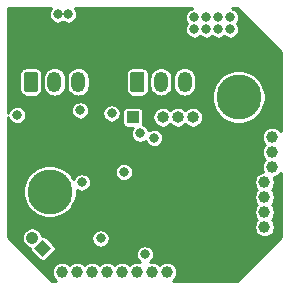
<source format=gbr>
G04 #@! TF.GenerationSoftware,KiCad,Pcbnew,5.1.5+dfsg1-2build2*
G04 #@! TF.CreationDate,2021-02-09T17:16:18+01:00*
G04 #@! TF.ProjectId,base2.0,62617365-322e-4302-9e6b-696361645f70,rev?*
G04 #@! TF.SameCoordinates,Original*
G04 #@! TF.FileFunction,Copper,L3,Inr*
G04 #@! TF.FilePolarity,Positive*
%FSLAX46Y46*%
G04 Gerber Fmt 4.6, Leading zero omitted, Abs format (unit mm)*
G04 Created by KiCad (PCBNEW 5.1.5+dfsg1-2build2) date 2021-02-09 17:16:18*
%MOMM*%
%LPD*%
G04 APERTURE LIST*
G04 #@! TA.AperFunction,ViaPad*
%ADD10C,1.000000*%
G04 #@! TD*
G04 #@! TA.AperFunction,ViaPad*
%ADD11O,1.200000X1.750000*%
G04 #@! TD*
G04 #@! TA.AperFunction,ViaPad*
%ADD12C,0.350000*%
G04 #@! TD*
G04 #@! TA.AperFunction,ViaPad*
%ADD13C,1.000000*%
G04 #@! TD*
G04 #@! TA.AperFunction,ViaPad*
%ADD14O,1.000000X1.000000*%
G04 #@! TD*
G04 #@! TA.AperFunction,ViaPad*
%ADD15R,1.000000X1.000000*%
G04 #@! TD*
G04 #@! TA.AperFunction,ViaPad*
%ADD16C,3.800000*%
G04 #@! TD*
G04 #@! TA.AperFunction,ViaPad*
%ADD17C,0.800000*%
G04 #@! TD*
G04 #@! TA.AperFunction,Conductor*
%ADD18C,0.254000*%
G04 #@! TD*
G04 APERTURE END LIST*
D10*
G04 #@! TO.N,+3V3*
G04 #@! TO.C,U2*
X157324501Y-108810501D03*
G04 #@! TO.N,GND*
X157324501Y-110080501D03*
G04 #@! TO.N,I2C_SDA*
X157324501Y-111350501D03*
G04 #@! TO.N,I2C_SCL*
X157324501Y-112620501D03*
G04 #@! TO.N,FDCAN_TX*
X156689501Y-113890501D03*
G04 #@! TO.N,FDCAN_RX*
X156689501Y-115160501D03*
G04 #@! TO.N,USART1_RX*
X156689501Y-116430501D03*
G04 #@! TO.N,USART1_TX*
X156689501Y-117700501D03*
G04 #@! TO.N,GND*
X148434501Y-121510501D03*
G04 #@! TO.N,USART2*
X147164501Y-121510501D03*
G04 #@! TO.N,MOSI*
X145894501Y-121510501D03*
G04 #@! TO.N,MISO*
X144624501Y-121510501D03*
G04 #@! TO.N,SCK*
X143354501Y-121510501D03*
G04 #@! TO.N,ADC2*
X142084501Y-121510501D03*
G04 #@! TO.N,ADC1*
X140814501Y-121510501D03*
G04 #@! TO.N,VCC*
X139544501Y-121510501D03*
G04 #@! TD*
D11*
G04 #@! TO.N,GND*
G04 #@! TO.C,S2*
X140906000Y-105410000D03*
G04 #@! TO.N,VCC*
X138906000Y-105410000D03*
G04 #@! TA.AperFunction,ViaPad*
D12*
G04 #@! TO.N,USART2*
G36*
X137280505Y-104536204D02*
G01*
X137304773Y-104539804D01*
X137328572Y-104545765D01*
X137351671Y-104554030D01*
X137373850Y-104564520D01*
X137394893Y-104577132D01*
X137414599Y-104591747D01*
X137432777Y-104608223D01*
X137449253Y-104626401D01*
X137463868Y-104646107D01*
X137476480Y-104667150D01*
X137486970Y-104689329D01*
X137495235Y-104712428D01*
X137501196Y-104736227D01*
X137504796Y-104760495D01*
X137506000Y-104784999D01*
X137506000Y-106035001D01*
X137504796Y-106059505D01*
X137501196Y-106083773D01*
X137495235Y-106107572D01*
X137486970Y-106130671D01*
X137476480Y-106152850D01*
X137463868Y-106173893D01*
X137449253Y-106193599D01*
X137432777Y-106211777D01*
X137414599Y-106228253D01*
X137394893Y-106242868D01*
X137373850Y-106255480D01*
X137351671Y-106265970D01*
X137328572Y-106274235D01*
X137304773Y-106280196D01*
X137280505Y-106283796D01*
X137256001Y-106285000D01*
X136555999Y-106285000D01*
X136531495Y-106283796D01*
X136507227Y-106280196D01*
X136483428Y-106274235D01*
X136460329Y-106265970D01*
X136438150Y-106255480D01*
X136417107Y-106242868D01*
X136397401Y-106228253D01*
X136379223Y-106211777D01*
X136362747Y-106193599D01*
X136348132Y-106173893D01*
X136335520Y-106152850D01*
X136325030Y-106130671D01*
X136316765Y-106107572D01*
X136310804Y-106083773D01*
X136307204Y-106059505D01*
X136306000Y-106035001D01*
X136306000Y-104784999D01*
X136307204Y-104760495D01*
X136310804Y-104736227D01*
X136316765Y-104712428D01*
X136325030Y-104689329D01*
X136335520Y-104667150D01*
X136348132Y-104646107D01*
X136362747Y-104626401D01*
X136379223Y-104608223D01*
X136397401Y-104591747D01*
X136417107Y-104577132D01*
X136438150Y-104564520D01*
X136460329Y-104554030D01*
X136483428Y-104545765D01*
X136507227Y-104539804D01*
X136531495Y-104536204D01*
X136555999Y-104535000D01*
X137256001Y-104535000D01*
X137280505Y-104536204D01*
G37*
G04 #@! TD.AperFunction*
G04 #@! TD*
D11*
G04 #@! TO.N,GND*
G04 #@! TO.C,S1*
X149923000Y-105410000D03*
G04 #@! TO.N,VCC*
X147923000Y-105410000D03*
G04 #@! TA.AperFunction,ViaPad*
D12*
G04 #@! TO.N,USART2*
G36*
X146297505Y-104536204D02*
G01*
X146321773Y-104539804D01*
X146345572Y-104545765D01*
X146368671Y-104554030D01*
X146390850Y-104564520D01*
X146411893Y-104577132D01*
X146431599Y-104591747D01*
X146449777Y-104608223D01*
X146466253Y-104626401D01*
X146480868Y-104646107D01*
X146493480Y-104667150D01*
X146503970Y-104689329D01*
X146512235Y-104712428D01*
X146518196Y-104736227D01*
X146521796Y-104760495D01*
X146523000Y-104784999D01*
X146523000Y-106035001D01*
X146521796Y-106059505D01*
X146518196Y-106083773D01*
X146512235Y-106107572D01*
X146503970Y-106130671D01*
X146493480Y-106152850D01*
X146480868Y-106173893D01*
X146466253Y-106193599D01*
X146449777Y-106211777D01*
X146431599Y-106228253D01*
X146411893Y-106242868D01*
X146390850Y-106255480D01*
X146368671Y-106265970D01*
X146345572Y-106274235D01*
X146321773Y-106280196D01*
X146297505Y-106283796D01*
X146273001Y-106285000D01*
X145572999Y-106285000D01*
X145548495Y-106283796D01*
X145524227Y-106280196D01*
X145500428Y-106274235D01*
X145477329Y-106265970D01*
X145455150Y-106255480D01*
X145434107Y-106242868D01*
X145414401Y-106228253D01*
X145396223Y-106211777D01*
X145379747Y-106193599D01*
X145365132Y-106173893D01*
X145352520Y-106152850D01*
X145342030Y-106130671D01*
X145333765Y-106107572D01*
X145327804Y-106083773D01*
X145324204Y-106059505D01*
X145323000Y-106035001D01*
X145323000Y-104784999D01*
X145324204Y-104760495D01*
X145327804Y-104736227D01*
X145333765Y-104712428D01*
X145342030Y-104689329D01*
X145352520Y-104667150D01*
X145365132Y-104646107D01*
X145379747Y-104626401D01*
X145396223Y-104608223D01*
X145414401Y-104591747D01*
X145434107Y-104577132D01*
X145455150Y-104564520D01*
X145477329Y-104554030D01*
X145500428Y-104545765D01*
X145524227Y-104539804D01*
X145548495Y-104536204D01*
X145572999Y-104535000D01*
X146273001Y-104535000D01*
X146297505Y-104536204D01*
G37*
G04 #@! TD.AperFunction*
G04 #@! TD*
D13*
G04 #@! TO.N,GND*
G04 #@! TO.C,J4*
X137023974Y-118608974D02*
X137023974Y-118608974D01*
G04 #@! TA.AperFunction,ViaPad*
D12*
G04 #@! TO.N,NRTS*
G36*
X137922000Y-120214107D02*
G01*
X137214893Y-119507000D01*
X137922000Y-118799893D01*
X138629107Y-119507000D01*
X137922000Y-120214107D01*
G37*
G04 #@! TD.AperFunction*
G04 #@! TD*
D14*
G04 #@! TO.N,GND*
G04 #@! TO.C,J3*
X150622000Y-108407200D03*
G04 #@! TO.N,JTMS-SWDIO*
X149352000Y-108407200D03*
G04 #@! TO.N,JTCK-SWCLI*
X148082000Y-108407200D03*
G04 #@! TO.N,+3V3*
X146812000Y-108407200D03*
D15*
G04 #@! TO.N,VCC*
X145542000Y-108407200D03*
G04 #@! TD*
D16*
G04 #@! TO.N,Net-(J2-Pad1)*
G04 #@! TO.C,J2*
X154500000Y-106700000D03*
G04 #@! TD*
G04 #@! TO.N,Net-(J1-Pad1)*
G04 #@! TO.C,J1*
X138500000Y-114700000D03*
G04 #@! TD*
D17*
G04 #@! TO.N,+3V3*
X136779000Y-99822000D03*
X135763000Y-99822000D03*
X136779000Y-100711000D03*
X135763000Y-100711000D03*
X135763000Y-101600000D03*
X136779000Y-101600000D03*
X136779000Y-102489000D03*
X136779000Y-103378000D03*
X135763000Y-102489000D03*
X135763000Y-103378000D03*
X148082000Y-119634000D03*
G04 #@! TO.N,GND*
X150749000Y-99949000D03*
X150749000Y-100965000D03*
X151765000Y-100965000D03*
X151765000Y-99949000D03*
X152781000Y-99949000D03*
X152781000Y-100965000D03*
X153797000Y-100965000D03*
X153797000Y-99949000D03*
X139192000Y-99695000D03*
X140081000Y-99695000D03*
X135763000Y-108204000D03*
X144780000Y-113030000D03*
X141224000Y-113919000D03*
X143741999Y-108077000D03*
G04 #@! TO.N,USART2*
X142809501Y-118662817D03*
X146558000Y-120015000D03*
X141097000Y-107823000D03*
G04 #@! TO.N,I2C_SDA*
X146151600Y-109778800D03*
G04 #@! TO.N,I2C_SCL*
X147357670Y-110137606D03*
G04 #@! TD*
D18*
G04 #@! TO.N,+3V3*
G36*
X138588464Y-99199691D02*
G01*
X138503431Y-99326952D01*
X138444859Y-99468357D01*
X138415000Y-99618472D01*
X138415000Y-99771528D01*
X138444859Y-99921643D01*
X138503431Y-100063048D01*
X138588464Y-100190309D01*
X138696691Y-100298536D01*
X138823952Y-100383569D01*
X138965357Y-100442141D01*
X139115472Y-100472000D01*
X139268528Y-100472000D01*
X139418643Y-100442141D01*
X139560048Y-100383569D01*
X139636500Y-100332485D01*
X139712952Y-100383569D01*
X139854357Y-100442141D01*
X140004472Y-100472000D01*
X140157528Y-100472000D01*
X140307643Y-100442141D01*
X140449048Y-100383569D01*
X140576309Y-100298536D01*
X140684536Y-100190309D01*
X140769569Y-100063048D01*
X140828141Y-99921643D01*
X140858000Y-99771528D01*
X140858000Y-99618472D01*
X140828141Y-99468357D01*
X140769569Y-99326952D01*
X140684536Y-99199691D01*
X140677346Y-99192501D01*
X150569404Y-99192501D01*
X150522357Y-99201859D01*
X150380952Y-99260431D01*
X150253691Y-99345464D01*
X150145464Y-99453691D01*
X150060431Y-99580952D01*
X150001859Y-99722357D01*
X149972000Y-99872472D01*
X149972000Y-100025528D01*
X150001859Y-100175643D01*
X150060431Y-100317048D01*
X150145464Y-100444309D01*
X150158155Y-100457000D01*
X150145464Y-100469691D01*
X150060431Y-100596952D01*
X150001859Y-100738357D01*
X149972000Y-100888472D01*
X149972000Y-101041528D01*
X150001859Y-101191643D01*
X150060431Y-101333048D01*
X150145464Y-101460309D01*
X150253691Y-101568536D01*
X150380952Y-101653569D01*
X150522357Y-101712141D01*
X150672472Y-101742000D01*
X150825528Y-101742000D01*
X150975643Y-101712141D01*
X151117048Y-101653569D01*
X151244309Y-101568536D01*
X151257000Y-101555845D01*
X151269691Y-101568536D01*
X151396952Y-101653569D01*
X151538357Y-101712141D01*
X151688472Y-101742000D01*
X151841528Y-101742000D01*
X151991643Y-101712141D01*
X152133048Y-101653569D01*
X152260309Y-101568536D01*
X152273000Y-101555845D01*
X152285691Y-101568536D01*
X152412952Y-101653569D01*
X152554357Y-101712141D01*
X152704472Y-101742000D01*
X152857528Y-101742000D01*
X153007643Y-101712141D01*
X153149048Y-101653569D01*
X153276309Y-101568536D01*
X153289000Y-101555845D01*
X153301691Y-101568536D01*
X153428952Y-101653569D01*
X153570357Y-101712141D01*
X153720472Y-101742000D01*
X153873528Y-101742000D01*
X154023643Y-101712141D01*
X154165048Y-101653569D01*
X154292309Y-101568536D01*
X154400536Y-101460309D01*
X154485569Y-101333048D01*
X154544141Y-101191643D01*
X154574000Y-101041528D01*
X154574000Y-100888472D01*
X154544141Y-100738357D01*
X154485569Y-100596952D01*
X154400536Y-100469691D01*
X154387845Y-100457000D01*
X154400536Y-100444309D01*
X154485569Y-100317048D01*
X154544141Y-100175643D01*
X154574000Y-100025528D01*
X154574000Y-99872472D01*
X154544141Y-99722357D01*
X154485569Y-99580952D01*
X154400536Y-99453691D01*
X154292309Y-99345464D01*
X154165048Y-99260431D01*
X154023643Y-99201859D01*
X153976596Y-99192501D01*
X154331922Y-99192501D01*
X158052502Y-102913082D01*
X158052502Y-109591473D01*
X158005711Y-109521446D01*
X157883556Y-109399291D01*
X157739916Y-109303314D01*
X157580312Y-109237204D01*
X157410878Y-109203501D01*
X157238124Y-109203501D01*
X157068690Y-109237204D01*
X156909086Y-109303314D01*
X156765446Y-109399291D01*
X156643291Y-109521446D01*
X156547314Y-109665086D01*
X156481204Y-109824690D01*
X156447501Y-109994124D01*
X156447501Y-110166878D01*
X156481204Y-110336312D01*
X156547314Y-110495916D01*
X156643291Y-110639556D01*
X156719236Y-110715501D01*
X156643291Y-110791446D01*
X156547314Y-110935086D01*
X156481204Y-111094690D01*
X156447501Y-111264124D01*
X156447501Y-111436878D01*
X156481204Y-111606312D01*
X156547314Y-111765916D01*
X156643291Y-111909556D01*
X156719236Y-111985501D01*
X156643291Y-112061446D01*
X156547314Y-112205086D01*
X156481204Y-112364690D01*
X156447501Y-112534124D01*
X156447501Y-112706878D01*
X156481204Y-112876312D01*
X156542985Y-113025464D01*
X156433690Y-113047204D01*
X156274086Y-113113314D01*
X156130446Y-113209291D01*
X156008291Y-113331446D01*
X155912314Y-113475086D01*
X155846204Y-113634690D01*
X155812501Y-113804124D01*
X155812501Y-113976878D01*
X155846204Y-114146312D01*
X155912314Y-114305916D01*
X156008291Y-114449556D01*
X156084236Y-114525501D01*
X156008291Y-114601446D01*
X155912314Y-114745086D01*
X155846204Y-114904690D01*
X155812501Y-115074124D01*
X155812501Y-115246878D01*
X155846204Y-115416312D01*
X155912314Y-115575916D01*
X156008291Y-115719556D01*
X156084236Y-115795501D01*
X156008291Y-115871446D01*
X155912314Y-116015086D01*
X155846204Y-116174690D01*
X155812501Y-116344124D01*
X155812501Y-116516878D01*
X155846204Y-116686312D01*
X155912314Y-116845916D01*
X156008291Y-116989556D01*
X156084236Y-117065501D01*
X156008291Y-117141446D01*
X155912314Y-117285086D01*
X155846204Y-117444690D01*
X155812501Y-117614124D01*
X155812501Y-117786878D01*
X155846204Y-117956312D01*
X155912314Y-118115916D01*
X156008291Y-118259556D01*
X156130446Y-118381711D01*
X156274086Y-118477688D01*
X156433690Y-118543798D01*
X156603124Y-118577501D01*
X156775878Y-118577501D01*
X156945312Y-118543798D01*
X157104916Y-118477688D01*
X157248556Y-118381711D01*
X157370711Y-118259556D01*
X157466688Y-118115916D01*
X157532798Y-117956312D01*
X157566501Y-117786878D01*
X157566501Y-117614124D01*
X157532798Y-117444690D01*
X157466688Y-117285086D01*
X157370711Y-117141446D01*
X157294766Y-117065501D01*
X157370711Y-116989556D01*
X157466688Y-116845916D01*
X157532798Y-116686312D01*
X157566501Y-116516878D01*
X157566501Y-116344124D01*
X157532798Y-116174690D01*
X157466688Y-116015086D01*
X157370711Y-115871446D01*
X157294766Y-115795501D01*
X157370711Y-115719556D01*
X157466688Y-115575916D01*
X157532798Y-115416312D01*
X157566501Y-115246878D01*
X157566501Y-115074124D01*
X157532798Y-114904690D01*
X157466688Y-114745086D01*
X157370711Y-114601446D01*
X157294766Y-114525501D01*
X157370711Y-114449556D01*
X157466688Y-114305916D01*
X157532798Y-114146312D01*
X157566501Y-113976878D01*
X157566501Y-113804124D01*
X157532798Y-113634690D01*
X157471017Y-113485538D01*
X157580312Y-113463798D01*
X157739916Y-113397688D01*
X157883556Y-113301711D01*
X158005711Y-113179556D01*
X158052501Y-113109529D01*
X158052501Y-118517921D01*
X154331922Y-122238501D01*
X148923530Y-122238501D01*
X148993556Y-122191711D01*
X149115711Y-122069556D01*
X149211688Y-121925916D01*
X149277798Y-121766312D01*
X149311501Y-121596878D01*
X149311501Y-121424124D01*
X149277798Y-121254690D01*
X149211688Y-121095086D01*
X149115711Y-120951446D01*
X148993556Y-120829291D01*
X148849916Y-120733314D01*
X148690312Y-120667204D01*
X148520878Y-120633501D01*
X148348124Y-120633501D01*
X148178690Y-120667204D01*
X148019086Y-120733314D01*
X147875446Y-120829291D01*
X147799501Y-120905236D01*
X147723556Y-120829291D01*
X147579916Y-120733314D01*
X147420312Y-120667204D01*
X147250878Y-120633501D01*
X147078124Y-120633501D01*
X147010900Y-120646873D01*
X147053309Y-120618536D01*
X147161536Y-120510309D01*
X147246569Y-120383048D01*
X147305141Y-120241643D01*
X147335000Y-120091528D01*
X147335000Y-119938472D01*
X147305141Y-119788357D01*
X147246569Y-119646952D01*
X147161536Y-119519691D01*
X147053309Y-119411464D01*
X146926048Y-119326431D01*
X146784643Y-119267859D01*
X146634528Y-119238000D01*
X146481472Y-119238000D01*
X146331357Y-119267859D01*
X146189952Y-119326431D01*
X146062691Y-119411464D01*
X145954464Y-119519691D01*
X145869431Y-119646952D01*
X145810859Y-119788357D01*
X145781000Y-119938472D01*
X145781000Y-120091528D01*
X145810859Y-120241643D01*
X145869431Y-120383048D01*
X145954464Y-120510309D01*
X146062691Y-120618536D01*
X146129261Y-120663017D01*
X145980878Y-120633501D01*
X145808124Y-120633501D01*
X145638690Y-120667204D01*
X145479086Y-120733314D01*
X145335446Y-120829291D01*
X145259501Y-120905236D01*
X145183556Y-120829291D01*
X145039916Y-120733314D01*
X144880312Y-120667204D01*
X144710878Y-120633501D01*
X144538124Y-120633501D01*
X144368690Y-120667204D01*
X144209086Y-120733314D01*
X144065446Y-120829291D01*
X143989501Y-120905236D01*
X143913556Y-120829291D01*
X143769916Y-120733314D01*
X143610312Y-120667204D01*
X143440878Y-120633501D01*
X143268124Y-120633501D01*
X143098690Y-120667204D01*
X142939086Y-120733314D01*
X142795446Y-120829291D01*
X142719501Y-120905236D01*
X142643556Y-120829291D01*
X142499916Y-120733314D01*
X142340312Y-120667204D01*
X142170878Y-120633501D01*
X141998124Y-120633501D01*
X141828690Y-120667204D01*
X141669086Y-120733314D01*
X141525446Y-120829291D01*
X141449501Y-120905236D01*
X141373556Y-120829291D01*
X141229916Y-120733314D01*
X141070312Y-120667204D01*
X140900878Y-120633501D01*
X140728124Y-120633501D01*
X140558690Y-120667204D01*
X140399086Y-120733314D01*
X140255446Y-120829291D01*
X140179501Y-120905236D01*
X140103556Y-120829291D01*
X139959916Y-120733314D01*
X139800312Y-120667204D01*
X139630878Y-120633501D01*
X139458124Y-120633501D01*
X139288690Y-120667204D01*
X139129086Y-120733314D01*
X138985446Y-120829291D01*
X138863291Y-120951446D01*
X138767314Y-121095086D01*
X138701204Y-121254690D01*
X138667501Y-121424124D01*
X138667501Y-121596878D01*
X138701204Y-121766312D01*
X138767314Y-121925916D01*
X138863291Y-122069556D01*
X138985446Y-122191711D01*
X139055472Y-122238501D01*
X138727081Y-122238501D01*
X135011177Y-118522597D01*
X136146974Y-118522597D01*
X136146974Y-118695351D01*
X136180677Y-118864785D01*
X136246787Y-119024389D01*
X136342764Y-119168029D01*
X136464919Y-119290184D01*
X136608559Y-119386161D01*
X136768163Y-119452271D01*
X136840051Y-119466571D01*
X136836069Y-119507000D01*
X136843348Y-119580905D01*
X136864905Y-119651970D01*
X136899912Y-119717463D01*
X136947024Y-119774869D01*
X137654131Y-120481976D01*
X137711537Y-120529088D01*
X137777030Y-120564095D01*
X137848095Y-120585652D01*
X137922000Y-120592931D01*
X137995905Y-120585652D01*
X138066970Y-120564095D01*
X138132463Y-120529088D01*
X138189869Y-120481976D01*
X138896976Y-119774869D01*
X138944088Y-119717463D01*
X138979095Y-119651970D01*
X139000652Y-119580905D01*
X139007931Y-119507000D01*
X139000652Y-119433095D01*
X138979095Y-119362030D01*
X138944088Y-119296537D01*
X138896976Y-119239131D01*
X138244134Y-118586289D01*
X142032501Y-118586289D01*
X142032501Y-118739345D01*
X142062360Y-118889460D01*
X142120932Y-119030865D01*
X142205965Y-119158126D01*
X142314192Y-119266353D01*
X142441453Y-119351386D01*
X142582858Y-119409958D01*
X142732973Y-119439817D01*
X142886029Y-119439817D01*
X143036144Y-119409958D01*
X143177549Y-119351386D01*
X143304810Y-119266353D01*
X143413037Y-119158126D01*
X143498070Y-119030865D01*
X143556642Y-118889460D01*
X143586501Y-118739345D01*
X143586501Y-118586289D01*
X143556642Y-118436174D01*
X143498070Y-118294769D01*
X143413037Y-118167508D01*
X143304810Y-118059281D01*
X143177549Y-117974248D01*
X143036144Y-117915676D01*
X142886029Y-117885817D01*
X142732973Y-117885817D01*
X142582858Y-117915676D01*
X142441453Y-117974248D01*
X142314192Y-118059281D01*
X142205965Y-118167508D01*
X142120932Y-118294769D01*
X142062360Y-118436174D01*
X142032501Y-118586289D01*
X138244134Y-118586289D01*
X138189869Y-118532024D01*
X138132463Y-118484912D01*
X138066970Y-118449905D01*
X137995905Y-118428348D01*
X137922000Y-118421069D01*
X137881571Y-118425051D01*
X137867271Y-118353163D01*
X137801161Y-118193559D01*
X137705184Y-118049919D01*
X137583029Y-117927764D01*
X137439389Y-117831787D01*
X137279785Y-117765677D01*
X137110351Y-117731974D01*
X136937597Y-117731974D01*
X136768163Y-117765677D01*
X136608559Y-117831787D01*
X136464919Y-117927764D01*
X136342764Y-118049919D01*
X136246787Y-118193559D01*
X136180677Y-118353163D01*
X136146974Y-118522597D01*
X135011177Y-118522597D01*
X135006501Y-118517922D01*
X135006501Y-114475735D01*
X136223000Y-114475735D01*
X136223000Y-114924265D01*
X136310504Y-115364176D01*
X136482149Y-115778564D01*
X136731339Y-116151503D01*
X137048497Y-116468661D01*
X137421436Y-116717851D01*
X137835824Y-116889496D01*
X138275735Y-116977000D01*
X138724265Y-116977000D01*
X139164176Y-116889496D01*
X139578564Y-116717851D01*
X139951503Y-116468661D01*
X140268661Y-116151503D01*
X140517851Y-115778564D01*
X140689496Y-115364176D01*
X140777000Y-114924265D01*
X140777000Y-114554815D01*
X140855952Y-114607569D01*
X140997357Y-114666141D01*
X141147472Y-114696000D01*
X141300528Y-114696000D01*
X141450643Y-114666141D01*
X141592048Y-114607569D01*
X141719309Y-114522536D01*
X141827536Y-114414309D01*
X141912569Y-114287048D01*
X141971141Y-114145643D01*
X142001000Y-113995528D01*
X142001000Y-113842472D01*
X141971141Y-113692357D01*
X141912569Y-113550952D01*
X141827536Y-113423691D01*
X141719309Y-113315464D01*
X141592048Y-113230431D01*
X141450643Y-113171859D01*
X141300528Y-113142000D01*
X141147472Y-113142000D01*
X140997357Y-113171859D01*
X140855952Y-113230431D01*
X140728691Y-113315464D01*
X140620464Y-113423691D01*
X140535431Y-113550952D01*
X140510681Y-113610705D01*
X140268661Y-113248497D01*
X139973636Y-112953472D01*
X144003000Y-112953472D01*
X144003000Y-113106528D01*
X144032859Y-113256643D01*
X144091431Y-113398048D01*
X144176464Y-113525309D01*
X144284691Y-113633536D01*
X144411952Y-113718569D01*
X144553357Y-113777141D01*
X144703472Y-113807000D01*
X144856528Y-113807000D01*
X145006643Y-113777141D01*
X145148048Y-113718569D01*
X145275309Y-113633536D01*
X145383536Y-113525309D01*
X145468569Y-113398048D01*
X145527141Y-113256643D01*
X145557000Y-113106528D01*
X145557000Y-112953472D01*
X145527141Y-112803357D01*
X145468569Y-112661952D01*
X145383536Y-112534691D01*
X145275309Y-112426464D01*
X145148048Y-112341431D01*
X145006643Y-112282859D01*
X144856528Y-112253000D01*
X144703472Y-112253000D01*
X144553357Y-112282859D01*
X144411952Y-112341431D01*
X144284691Y-112426464D01*
X144176464Y-112534691D01*
X144091431Y-112661952D01*
X144032859Y-112803357D01*
X144003000Y-112953472D01*
X139973636Y-112953472D01*
X139951503Y-112931339D01*
X139578564Y-112682149D01*
X139164176Y-112510504D01*
X138724265Y-112423000D01*
X138275735Y-112423000D01*
X137835824Y-112510504D01*
X137421436Y-112682149D01*
X137048497Y-112931339D01*
X136731339Y-113248497D01*
X136482149Y-113621436D01*
X136310504Y-114035824D01*
X136223000Y-114475735D01*
X135006501Y-114475735D01*
X135006501Y-108383596D01*
X135015859Y-108430643D01*
X135074431Y-108572048D01*
X135159464Y-108699309D01*
X135267691Y-108807536D01*
X135394952Y-108892569D01*
X135536357Y-108951141D01*
X135686472Y-108981000D01*
X135839528Y-108981000D01*
X135989643Y-108951141D01*
X136131048Y-108892569D01*
X136258309Y-108807536D01*
X136366536Y-108699309D01*
X136451569Y-108572048D01*
X136510141Y-108430643D01*
X136540000Y-108280528D01*
X136540000Y-108127472D01*
X136510141Y-107977357D01*
X136451569Y-107835952D01*
X136391781Y-107746472D01*
X140320000Y-107746472D01*
X140320000Y-107899528D01*
X140349859Y-108049643D01*
X140408431Y-108191048D01*
X140493464Y-108318309D01*
X140601691Y-108426536D01*
X140728952Y-108511569D01*
X140870357Y-108570141D01*
X141020472Y-108600000D01*
X141173528Y-108600000D01*
X141323643Y-108570141D01*
X141465048Y-108511569D01*
X141592309Y-108426536D01*
X141700536Y-108318309D01*
X141785569Y-108191048D01*
X141844141Y-108049643D01*
X141853921Y-108000472D01*
X142964999Y-108000472D01*
X142964999Y-108153528D01*
X142994858Y-108303643D01*
X143053430Y-108445048D01*
X143138463Y-108572309D01*
X143246690Y-108680536D01*
X143373951Y-108765569D01*
X143515356Y-108824141D01*
X143665471Y-108854000D01*
X143818527Y-108854000D01*
X143968642Y-108824141D01*
X144110047Y-108765569D01*
X144237308Y-108680536D01*
X144345535Y-108572309D01*
X144430568Y-108445048D01*
X144489140Y-108303643D01*
X144518999Y-108153528D01*
X144518999Y-108000472D01*
X144500447Y-107907200D01*
X144663176Y-107907200D01*
X144663176Y-108907200D01*
X144670455Y-108981105D01*
X144692012Y-109052170D01*
X144727019Y-109117663D01*
X144774131Y-109175069D01*
X144831537Y-109222181D01*
X144897030Y-109257188D01*
X144968095Y-109278745D01*
X145042000Y-109286024D01*
X145546372Y-109286024D01*
X145463031Y-109410752D01*
X145404459Y-109552157D01*
X145374600Y-109702272D01*
X145374600Y-109855328D01*
X145404459Y-110005443D01*
X145463031Y-110146848D01*
X145548064Y-110274109D01*
X145656291Y-110382336D01*
X145783552Y-110467369D01*
X145924957Y-110525941D01*
X146075072Y-110555800D01*
X146228128Y-110555800D01*
X146378243Y-110525941D01*
X146519648Y-110467369D01*
X146624283Y-110397454D01*
X146669101Y-110505654D01*
X146754134Y-110632915D01*
X146862361Y-110741142D01*
X146989622Y-110826175D01*
X147131027Y-110884747D01*
X147281142Y-110914606D01*
X147434198Y-110914606D01*
X147584313Y-110884747D01*
X147725718Y-110826175D01*
X147852979Y-110741142D01*
X147961206Y-110632915D01*
X148046239Y-110505654D01*
X148104811Y-110364249D01*
X148134670Y-110214134D01*
X148134670Y-110061078D01*
X148104811Y-109910963D01*
X148046239Y-109769558D01*
X147961206Y-109642297D01*
X147852979Y-109534070D01*
X147725718Y-109449037D01*
X147584313Y-109390465D01*
X147434198Y-109360606D01*
X147281142Y-109360606D01*
X147131027Y-109390465D01*
X146989622Y-109449037D01*
X146884987Y-109518952D01*
X146840169Y-109410752D01*
X146755136Y-109283491D01*
X146646909Y-109175264D01*
X146519648Y-109090231D01*
X146395981Y-109039006D01*
X146413545Y-108981105D01*
X146420824Y-108907200D01*
X146420824Y-108320823D01*
X147205000Y-108320823D01*
X147205000Y-108493577D01*
X147238703Y-108663011D01*
X147304813Y-108822615D01*
X147400790Y-108966255D01*
X147522945Y-109088410D01*
X147666585Y-109184387D01*
X147826189Y-109250497D01*
X147995623Y-109284200D01*
X148168377Y-109284200D01*
X148337811Y-109250497D01*
X148497415Y-109184387D01*
X148641055Y-109088410D01*
X148717000Y-109012465D01*
X148792945Y-109088410D01*
X148936585Y-109184387D01*
X149096189Y-109250497D01*
X149265623Y-109284200D01*
X149438377Y-109284200D01*
X149607811Y-109250497D01*
X149767415Y-109184387D01*
X149911055Y-109088410D01*
X149987000Y-109012465D01*
X150062945Y-109088410D01*
X150206585Y-109184387D01*
X150366189Y-109250497D01*
X150535623Y-109284200D01*
X150708377Y-109284200D01*
X150877811Y-109250497D01*
X151037415Y-109184387D01*
X151181055Y-109088410D01*
X151303210Y-108966255D01*
X151399187Y-108822615D01*
X151465297Y-108663011D01*
X151499000Y-108493577D01*
X151499000Y-108320823D01*
X151465297Y-108151389D01*
X151399187Y-107991785D01*
X151303210Y-107848145D01*
X151181055Y-107725990D01*
X151037415Y-107630013D01*
X150877811Y-107563903D01*
X150708377Y-107530200D01*
X150535623Y-107530200D01*
X150366189Y-107563903D01*
X150206585Y-107630013D01*
X150062945Y-107725990D01*
X149987000Y-107801935D01*
X149911055Y-107725990D01*
X149767415Y-107630013D01*
X149607811Y-107563903D01*
X149438377Y-107530200D01*
X149265623Y-107530200D01*
X149096189Y-107563903D01*
X148936585Y-107630013D01*
X148792945Y-107725990D01*
X148717000Y-107801935D01*
X148641055Y-107725990D01*
X148497415Y-107630013D01*
X148337811Y-107563903D01*
X148168377Y-107530200D01*
X147995623Y-107530200D01*
X147826189Y-107563903D01*
X147666585Y-107630013D01*
X147522945Y-107725990D01*
X147400790Y-107848145D01*
X147304813Y-107991785D01*
X147238703Y-108151389D01*
X147205000Y-108320823D01*
X146420824Y-108320823D01*
X146420824Y-107907200D01*
X146413545Y-107833295D01*
X146391988Y-107762230D01*
X146356981Y-107696737D01*
X146309869Y-107639331D01*
X146252463Y-107592219D01*
X146186970Y-107557212D01*
X146115905Y-107535655D01*
X146042000Y-107528376D01*
X145042000Y-107528376D01*
X144968095Y-107535655D01*
X144897030Y-107557212D01*
X144831537Y-107592219D01*
X144774131Y-107639331D01*
X144727019Y-107696737D01*
X144692012Y-107762230D01*
X144670455Y-107833295D01*
X144663176Y-107907200D01*
X144500447Y-107907200D01*
X144489140Y-107850357D01*
X144430568Y-107708952D01*
X144345535Y-107581691D01*
X144237308Y-107473464D01*
X144110047Y-107388431D01*
X143968642Y-107329859D01*
X143818527Y-107300000D01*
X143665471Y-107300000D01*
X143515356Y-107329859D01*
X143373951Y-107388431D01*
X143246690Y-107473464D01*
X143138463Y-107581691D01*
X143053430Y-107708952D01*
X142994858Y-107850357D01*
X142964999Y-108000472D01*
X141853921Y-108000472D01*
X141874000Y-107899528D01*
X141874000Y-107746472D01*
X141844141Y-107596357D01*
X141785569Y-107454952D01*
X141700536Y-107327691D01*
X141592309Y-107219464D01*
X141465048Y-107134431D01*
X141323643Y-107075859D01*
X141173528Y-107046000D01*
X141020472Y-107046000D01*
X140870357Y-107075859D01*
X140728952Y-107134431D01*
X140601691Y-107219464D01*
X140493464Y-107327691D01*
X140408431Y-107454952D01*
X140349859Y-107596357D01*
X140320000Y-107746472D01*
X136391781Y-107746472D01*
X136366536Y-107708691D01*
X136258309Y-107600464D01*
X136131048Y-107515431D01*
X135989643Y-107456859D01*
X135839528Y-107427000D01*
X135686472Y-107427000D01*
X135536357Y-107456859D01*
X135394952Y-107515431D01*
X135267691Y-107600464D01*
X135159464Y-107708691D01*
X135074431Y-107835952D01*
X135015859Y-107977357D01*
X135006501Y-108024404D01*
X135006501Y-104784999D01*
X135927176Y-104784999D01*
X135927176Y-106035001D01*
X135939259Y-106157678D01*
X135975042Y-106275641D01*
X136033152Y-106384356D01*
X136111354Y-106479646D01*
X136206644Y-106557848D01*
X136315359Y-106615958D01*
X136433322Y-106651741D01*
X136555999Y-106663824D01*
X137256001Y-106663824D01*
X137378678Y-106651741D01*
X137496641Y-106615958D01*
X137605356Y-106557848D01*
X137700646Y-106479646D01*
X137778848Y-106384356D01*
X137836958Y-106275641D01*
X137872741Y-106157678D01*
X137884824Y-106035001D01*
X137884824Y-105087008D01*
X137929000Y-105087008D01*
X137929000Y-105732993D01*
X137943137Y-105876525D01*
X137999003Y-106060691D01*
X138089725Y-106230418D01*
X138211815Y-106379186D01*
X138360583Y-106501276D01*
X138530310Y-106591997D01*
X138714476Y-106647863D01*
X138906000Y-106666727D01*
X139097525Y-106647863D01*
X139281691Y-106591997D01*
X139451418Y-106501276D01*
X139600186Y-106379186D01*
X139722276Y-106230418D01*
X139812997Y-106060691D01*
X139868863Y-105876524D01*
X139883000Y-105732992D01*
X139883000Y-105087008D01*
X139929000Y-105087008D01*
X139929000Y-105732993D01*
X139943137Y-105876525D01*
X139999003Y-106060691D01*
X140089725Y-106230418D01*
X140211815Y-106379186D01*
X140360583Y-106501276D01*
X140530310Y-106591997D01*
X140714476Y-106647863D01*
X140906000Y-106666727D01*
X141097525Y-106647863D01*
X141281691Y-106591997D01*
X141451418Y-106501276D01*
X141600186Y-106379186D01*
X141722276Y-106230418D01*
X141812997Y-106060691D01*
X141868863Y-105876524D01*
X141883000Y-105732992D01*
X141883000Y-105087007D01*
X141868863Y-104943475D01*
X141820790Y-104784999D01*
X144944176Y-104784999D01*
X144944176Y-106035001D01*
X144956259Y-106157678D01*
X144992042Y-106275641D01*
X145050152Y-106384356D01*
X145128354Y-106479646D01*
X145223644Y-106557848D01*
X145332359Y-106615958D01*
X145450322Y-106651741D01*
X145572999Y-106663824D01*
X146273001Y-106663824D01*
X146395678Y-106651741D01*
X146513641Y-106615958D01*
X146622356Y-106557848D01*
X146717646Y-106479646D01*
X146795848Y-106384356D01*
X146853958Y-106275641D01*
X146889741Y-106157678D01*
X146901824Y-106035001D01*
X146901824Y-105087008D01*
X146946000Y-105087008D01*
X146946000Y-105732993D01*
X146960137Y-105876525D01*
X147016003Y-106060691D01*
X147106725Y-106230418D01*
X147228815Y-106379186D01*
X147377583Y-106501276D01*
X147547310Y-106591997D01*
X147731476Y-106647863D01*
X147923000Y-106666727D01*
X148114525Y-106647863D01*
X148298691Y-106591997D01*
X148468418Y-106501276D01*
X148617186Y-106379186D01*
X148739276Y-106230418D01*
X148829997Y-106060691D01*
X148885863Y-105876524D01*
X148900000Y-105732992D01*
X148900000Y-105087008D01*
X148946000Y-105087008D01*
X148946000Y-105732993D01*
X148960137Y-105876525D01*
X149016003Y-106060691D01*
X149106725Y-106230418D01*
X149228815Y-106379186D01*
X149377583Y-106501276D01*
X149547310Y-106591997D01*
X149731476Y-106647863D01*
X149923000Y-106666727D01*
X150114525Y-106647863D01*
X150298691Y-106591997D01*
X150468418Y-106501276D01*
X150499539Y-106475735D01*
X152223000Y-106475735D01*
X152223000Y-106924265D01*
X152310504Y-107364176D01*
X152482149Y-107778564D01*
X152731339Y-108151503D01*
X153048497Y-108468661D01*
X153421436Y-108717851D01*
X153835824Y-108889496D01*
X154275735Y-108977000D01*
X154724265Y-108977000D01*
X155164176Y-108889496D01*
X155578564Y-108717851D01*
X155951503Y-108468661D01*
X156268661Y-108151503D01*
X156517851Y-107778564D01*
X156689496Y-107364176D01*
X156777000Y-106924265D01*
X156777000Y-106475735D01*
X156689496Y-106035824D01*
X156517851Y-105621436D01*
X156268661Y-105248497D01*
X155951503Y-104931339D01*
X155578564Y-104682149D01*
X155164176Y-104510504D01*
X154724265Y-104423000D01*
X154275735Y-104423000D01*
X153835824Y-104510504D01*
X153421436Y-104682149D01*
X153048497Y-104931339D01*
X152731339Y-105248497D01*
X152482149Y-105621436D01*
X152310504Y-106035824D01*
X152223000Y-106475735D01*
X150499539Y-106475735D01*
X150617186Y-106379186D01*
X150739276Y-106230418D01*
X150829997Y-106060691D01*
X150885863Y-105876524D01*
X150900000Y-105732992D01*
X150900000Y-105087007D01*
X150885863Y-104943475D01*
X150829997Y-104759309D01*
X150739276Y-104589582D01*
X150617186Y-104440814D01*
X150468418Y-104318724D01*
X150298690Y-104228003D01*
X150114524Y-104172137D01*
X149923000Y-104153273D01*
X149731475Y-104172137D01*
X149547309Y-104228003D01*
X149377582Y-104318724D01*
X149228814Y-104440814D01*
X149106724Y-104589582D01*
X149016003Y-104759310D01*
X148960137Y-104943476D01*
X148946000Y-105087008D01*
X148900000Y-105087008D01*
X148900000Y-105087007D01*
X148885863Y-104943475D01*
X148829997Y-104759309D01*
X148739276Y-104589582D01*
X148617186Y-104440814D01*
X148468418Y-104318724D01*
X148298690Y-104228003D01*
X148114524Y-104172137D01*
X147923000Y-104153273D01*
X147731475Y-104172137D01*
X147547309Y-104228003D01*
X147377582Y-104318724D01*
X147228814Y-104440814D01*
X147106724Y-104589582D01*
X147016003Y-104759310D01*
X146960137Y-104943476D01*
X146946000Y-105087008D01*
X146901824Y-105087008D01*
X146901824Y-104784999D01*
X146889741Y-104662322D01*
X146853958Y-104544359D01*
X146795848Y-104435644D01*
X146717646Y-104340354D01*
X146622356Y-104262152D01*
X146513641Y-104204042D01*
X146395678Y-104168259D01*
X146273001Y-104156176D01*
X145572999Y-104156176D01*
X145450322Y-104168259D01*
X145332359Y-104204042D01*
X145223644Y-104262152D01*
X145128354Y-104340354D01*
X145050152Y-104435644D01*
X144992042Y-104544359D01*
X144956259Y-104662322D01*
X144944176Y-104784999D01*
X141820790Y-104784999D01*
X141812997Y-104759309D01*
X141722276Y-104589582D01*
X141600186Y-104440814D01*
X141451418Y-104318724D01*
X141281690Y-104228003D01*
X141097524Y-104172137D01*
X140906000Y-104153273D01*
X140714475Y-104172137D01*
X140530309Y-104228003D01*
X140360582Y-104318724D01*
X140211814Y-104440814D01*
X140089724Y-104589582D01*
X139999003Y-104759310D01*
X139943137Y-104943476D01*
X139929000Y-105087008D01*
X139883000Y-105087008D01*
X139883000Y-105087007D01*
X139868863Y-104943475D01*
X139812997Y-104759309D01*
X139722276Y-104589582D01*
X139600186Y-104440814D01*
X139451418Y-104318724D01*
X139281690Y-104228003D01*
X139097524Y-104172137D01*
X138906000Y-104153273D01*
X138714475Y-104172137D01*
X138530309Y-104228003D01*
X138360582Y-104318724D01*
X138211814Y-104440814D01*
X138089724Y-104589582D01*
X137999003Y-104759310D01*
X137943137Y-104943476D01*
X137929000Y-105087008D01*
X137884824Y-105087008D01*
X137884824Y-104784999D01*
X137872741Y-104662322D01*
X137836958Y-104544359D01*
X137778848Y-104435644D01*
X137700646Y-104340354D01*
X137605356Y-104262152D01*
X137496641Y-104204042D01*
X137378678Y-104168259D01*
X137256001Y-104156176D01*
X136555999Y-104156176D01*
X136433322Y-104168259D01*
X136315359Y-104204042D01*
X136206644Y-104262152D01*
X136111354Y-104340354D01*
X136033152Y-104435644D01*
X135975042Y-104544359D01*
X135939259Y-104662322D01*
X135927176Y-104784999D01*
X135006501Y-104784999D01*
X135006501Y-99192501D01*
X138595654Y-99192501D01*
X138588464Y-99199691D01*
G37*
X138588464Y-99199691D02*
X138503431Y-99326952D01*
X138444859Y-99468357D01*
X138415000Y-99618472D01*
X138415000Y-99771528D01*
X138444859Y-99921643D01*
X138503431Y-100063048D01*
X138588464Y-100190309D01*
X138696691Y-100298536D01*
X138823952Y-100383569D01*
X138965357Y-100442141D01*
X139115472Y-100472000D01*
X139268528Y-100472000D01*
X139418643Y-100442141D01*
X139560048Y-100383569D01*
X139636500Y-100332485D01*
X139712952Y-100383569D01*
X139854357Y-100442141D01*
X140004472Y-100472000D01*
X140157528Y-100472000D01*
X140307643Y-100442141D01*
X140449048Y-100383569D01*
X140576309Y-100298536D01*
X140684536Y-100190309D01*
X140769569Y-100063048D01*
X140828141Y-99921643D01*
X140858000Y-99771528D01*
X140858000Y-99618472D01*
X140828141Y-99468357D01*
X140769569Y-99326952D01*
X140684536Y-99199691D01*
X140677346Y-99192501D01*
X150569404Y-99192501D01*
X150522357Y-99201859D01*
X150380952Y-99260431D01*
X150253691Y-99345464D01*
X150145464Y-99453691D01*
X150060431Y-99580952D01*
X150001859Y-99722357D01*
X149972000Y-99872472D01*
X149972000Y-100025528D01*
X150001859Y-100175643D01*
X150060431Y-100317048D01*
X150145464Y-100444309D01*
X150158155Y-100457000D01*
X150145464Y-100469691D01*
X150060431Y-100596952D01*
X150001859Y-100738357D01*
X149972000Y-100888472D01*
X149972000Y-101041528D01*
X150001859Y-101191643D01*
X150060431Y-101333048D01*
X150145464Y-101460309D01*
X150253691Y-101568536D01*
X150380952Y-101653569D01*
X150522357Y-101712141D01*
X150672472Y-101742000D01*
X150825528Y-101742000D01*
X150975643Y-101712141D01*
X151117048Y-101653569D01*
X151244309Y-101568536D01*
X151257000Y-101555845D01*
X151269691Y-101568536D01*
X151396952Y-101653569D01*
X151538357Y-101712141D01*
X151688472Y-101742000D01*
X151841528Y-101742000D01*
X151991643Y-101712141D01*
X152133048Y-101653569D01*
X152260309Y-101568536D01*
X152273000Y-101555845D01*
X152285691Y-101568536D01*
X152412952Y-101653569D01*
X152554357Y-101712141D01*
X152704472Y-101742000D01*
X152857528Y-101742000D01*
X153007643Y-101712141D01*
X153149048Y-101653569D01*
X153276309Y-101568536D01*
X153289000Y-101555845D01*
X153301691Y-101568536D01*
X153428952Y-101653569D01*
X153570357Y-101712141D01*
X153720472Y-101742000D01*
X153873528Y-101742000D01*
X154023643Y-101712141D01*
X154165048Y-101653569D01*
X154292309Y-101568536D01*
X154400536Y-101460309D01*
X154485569Y-101333048D01*
X154544141Y-101191643D01*
X154574000Y-101041528D01*
X154574000Y-100888472D01*
X154544141Y-100738357D01*
X154485569Y-100596952D01*
X154400536Y-100469691D01*
X154387845Y-100457000D01*
X154400536Y-100444309D01*
X154485569Y-100317048D01*
X154544141Y-100175643D01*
X154574000Y-100025528D01*
X154574000Y-99872472D01*
X154544141Y-99722357D01*
X154485569Y-99580952D01*
X154400536Y-99453691D01*
X154292309Y-99345464D01*
X154165048Y-99260431D01*
X154023643Y-99201859D01*
X153976596Y-99192501D01*
X154331922Y-99192501D01*
X158052502Y-102913082D01*
X158052502Y-109591473D01*
X158005711Y-109521446D01*
X157883556Y-109399291D01*
X157739916Y-109303314D01*
X157580312Y-109237204D01*
X157410878Y-109203501D01*
X157238124Y-109203501D01*
X157068690Y-109237204D01*
X156909086Y-109303314D01*
X156765446Y-109399291D01*
X156643291Y-109521446D01*
X156547314Y-109665086D01*
X156481204Y-109824690D01*
X156447501Y-109994124D01*
X156447501Y-110166878D01*
X156481204Y-110336312D01*
X156547314Y-110495916D01*
X156643291Y-110639556D01*
X156719236Y-110715501D01*
X156643291Y-110791446D01*
X156547314Y-110935086D01*
X156481204Y-111094690D01*
X156447501Y-111264124D01*
X156447501Y-111436878D01*
X156481204Y-111606312D01*
X156547314Y-111765916D01*
X156643291Y-111909556D01*
X156719236Y-111985501D01*
X156643291Y-112061446D01*
X156547314Y-112205086D01*
X156481204Y-112364690D01*
X156447501Y-112534124D01*
X156447501Y-112706878D01*
X156481204Y-112876312D01*
X156542985Y-113025464D01*
X156433690Y-113047204D01*
X156274086Y-113113314D01*
X156130446Y-113209291D01*
X156008291Y-113331446D01*
X155912314Y-113475086D01*
X155846204Y-113634690D01*
X155812501Y-113804124D01*
X155812501Y-113976878D01*
X155846204Y-114146312D01*
X155912314Y-114305916D01*
X156008291Y-114449556D01*
X156084236Y-114525501D01*
X156008291Y-114601446D01*
X155912314Y-114745086D01*
X155846204Y-114904690D01*
X155812501Y-115074124D01*
X155812501Y-115246878D01*
X155846204Y-115416312D01*
X155912314Y-115575916D01*
X156008291Y-115719556D01*
X156084236Y-115795501D01*
X156008291Y-115871446D01*
X155912314Y-116015086D01*
X155846204Y-116174690D01*
X155812501Y-116344124D01*
X155812501Y-116516878D01*
X155846204Y-116686312D01*
X155912314Y-116845916D01*
X156008291Y-116989556D01*
X156084236Y-117065501D01*
X156008291Y-117141446D01*
X155912314Y-117285086D01*
X155846204Y-117444690D01*
X155812501Y-117614124D01*
X155812501Y-117786878D01*
X155846204Y-117956312D01*
X155912314Y-118115916D01*
X156008291Y-118259556D01*
X156130446Y-118381711D01*
X156274086Y-118477688D01*
X156433690Y-118543798D01*
X156603124Y-118577501D01*
X156775878Y-118577501D01*
X156945312Y-118543798D01*
X157104916Y-118477688D01*
X157248556Y-118381711D01*
X157370711Y-118259556D01*
X157466688Y-118115916D01*
X157532798Y-117956312D01*
X157566501Y-117786878D01*
X157566501Y-117614124D01*
X157532798Y-117444690D01*
X157466688Y-117285086D01*
X157370711Y-117141446D01*
X157294766Y-117065501D01*
X157370711Y-116989556D01*
X157466688Y-116845916D01*
X157532798Y-116686312D01*
X157566501Y-116516878D01*
X157566501Y-116344124D01*
X157532798Y-116174690D01*
X157466688Y-116015086D01*
X157370711Y-115871446D01*
X157294766Y-115795501D01*
X157370711Y-115719556D01*
X157466688Y-115575916D01*
X157532798Y-115416312D01*
X157566501Y-115246878D01*
X157566501Y-115074124D01*
X157532798Y-114904690D01*
X157466688Y-114745086D01*
X157370711Y-114601446D01*
X157294766Y-114525501D01*
X157370711Y-114449556D01*
X157466688Y-114305916D01*
X157532798Y-114146312D01*
X157566501Y-113976878D01*
X157566501Y-113804124D01*
X157532798Y-113634690D01*
X157471017Y-113485538D01*
X157580312Y-113463798D01*
X157739916Y-113397688D01*
X157883556Y-113301711D01*
X158005711Y-113179556D01*
X158052501Y-113109529D01*
X158052501Y-118517921D01*
X154331922Y-122238501D01*
X148923530Y-122238501D01*
X148993556Y-122191711D01*
X149115711Y-122069556D01*
X149211688Y-121925916D01*
X149277798Y-121766312D01*
X149311501Y-121596878D01*
X149311501Y-121424124D01*
X149277798Y-121254690D01*
X149211688Y-121095086D01*
X149115711Y-120951446D01*
X148993556Y-120829291D01*
X148849916Y-120733314D01*
X148690312Y-120667204D01*
X148520878Y-120633501D01*
X148348124Y-120633501D01*
X148178690Y-120667204D01*
X148019086Y-120733314D01*
X147875446Y-120829291D01*
X147799501Y-120905236D01*
X147723556Y-120829291D01*
X147579916Y-120733314D01*
X147420312Y-120667204D01*
X147250878Y-120633501D01*
X147078124Y-120633501D01*
X147010900Y-120646873D01*
X147053309Y-120618536D01*
X147161536Y-120510309D01*
X147246569Y-120383048D01*
X147305141Y-120241643D01*
X147335000Y-120091528D01*
X147335000Y-119938472D01*
X147305141Y-119788357D01*
X147246569Y-119646952D01*
X147161536Y-119519691D01*
X147053309Y-119411464D01*
X146926048Y-119326431D01*
X146784643Y-119267859D01*
X146634528Y-119238000D01*
X146481472Y-119238000D01*
X146331357Y-119267859D01*
X146189952Y-119326431D01*
X146062691Y-119411464D01*
X145954464Y-119519691D01*
X145869431Y-119646952D01*
X145810859Y-119788357D01*
X145781000Y-119938472D01*
X145781000Y-120091528D01*
X145810859Y-120241643D01*
X145869431Y-120383048D01*
X145954464Y-120510309D01*
X146062691Y-120618536D01*
X146129261Y-120663017D01*
X145980878Y-120633501D01*
X145808124Y-120633501D01*
X145638690Y-120667204D01*
X145479086Y-120733314D01*
X145335446Y-120829291D01*
X145259501Y-120905236D01*
X145183556Y-120829291D01*
X145039916Y-120733314D01*
X144880312Y-120667204D01*
X144710878Y-120633501D01*
X144538124Y-120633501D01*
X144368690Y-120667204D01*
X144209086Y-120733314D01*
X144065446Y-120829291D01*
X143989501Y-120905236D01*
X143913556Y-120829291D01*
X143769916Y-120733314D01*
X143610312Y-120667204D01*
X143440878Y-120633501D01*
X143268124Y-120633501D01*
X143098690Y-120667204D01*
X142939086Y-120733314D01*
X142795446Y-120829291D01*
X142719501Y-120905236D01*
X142643556Y-120829291D01*
X142499916Y-120733314D01*
X142340312Y-120667204D01*
X142170878Y-120633501D01*
X141998124Y-120633501D01*
X141828690Y-120667204D01*
X141669086Y-120733314D01*
X141525446Y-120829291D01*
X141449501Y-120905236D01*
X141373556Y-120829291D01*
X141229916Y-120733314D01*
X141070312Y-120667204D01*
X140900878Y-120633501D01*
X140728124Y-120633501D01*
X140558690Y-120667204D01*
X140399086Y-120733314D01*
X140255446Y-120829291D01*
X140179501Y-120905236D01*
X140103556Y-120829291D01*
X139959916Y-120733314D01*
X139800312Y-120667204D01*
X139630878Y-120633501D01*
X139458124Y-120633501D01*
X139288690Y-120667204D01*
X139129086Y-120733314D01*
X138985446Y-120829291D01*
X138863291Y-120951446D01*
X138767314Y-121095086D01*
X138701204Y-121254690D01*
X138667501Y-121424124D01*
X138667501Y-121596878D01*
X138701204Y-121766312D01*
X138767314Y-121925916D01*
X138863291Y-122069556D01*
X138985446Y-122191711D01*
X139055472Y-122238501D01*
X138727081Y-122238501D01*
X135011177Y-118522597D01*
X136146974Y-118522597D01*
X136146974Y-118695351D01*
X136180677Y-118864785D01*
X136246787Y-119024389D01*
X136342764Y-119168029D01*
X136464919Y-119290184D01*
X136608559Y-119386161D01*
X136768163Y-119452271D01*
X136840051Y-119466571D01*
X136836069Y-119507000D01*
X136843348Y-119580905D01*
X136864905Y-119651970D01*
X136899912Y-119717463D01*
X136947024Y-119774869D01*
X137654131Y-120481976D01*
X137711537Y-120529088D01*
X137777030Y-120564095D01*
X137848095Y-120585652D01*
X137922000Y-120592931D01*
X137995905Y-120585652D01*
X138066970Y-120564095D01*
X138132463Y-120529088D01*
X138189869Y-120481976D01*
X138896976Y-119774869D01*
X138944088Y-119717463D01*
X138979095Y-119651970D01*
X139000652Y-119580905D01*
X139007931Y-119507000D01*
X139000652Y-119433095D01*
X138979095Y-119362030D01*
X138944088Y-119296537D01*
X138896976Y-119239131D01*
X138244134Y-118586289D01*
X142032501Y-118586289D01*
X142032501Y-118739345D01*
X142062360Y-118889460D01*
X142120932Y-119030865D01*
X142205965Y-119158126D01*
X142314192Y-119266353D01*
X142441453Y-119351386D01*
X142582858Y-119409958D01*
X142732973Y-119439817D01*
X142886029Y-119439817D01*
X143036144Y-119409958D01*
X143177549Y-119351386D01*
X143304810Y-119266353D01*
X143413037Y-119158126D01*
X143498070Y-119030865D01*
X143556642Y-118889460D01*
X143586501Y-118739345D01*
X143586501Y-118586289D01*
X143556642Y-118436174D01*
X143498070Y-118294769D01*
X143413037Y-118167508D01*
X143304810Y-118059281D01*
X143177549Y-117974248D01*
X143036144Y-117915676D01*
X142886029Y-117885817D01*
X142732973Y-117885817D01*
X142582858Y-117915676D01*
X142441453Y-117974248D01*
X142314192Y-118059281D01*
X142205965Y-118167508D01*
X142120932Y-118294769D01*
X142062360Y-118436174D01*
X142032501Y-118586289D01*
X138244134Y-118586289D01*
X138189869Y-118532024D01*
X138132463Y-118484912D01*
X138066970Y-118449905D01*
X137995905Y-118428348D01*
X137922000Y-118421069D01*
X137881571Y-118425051D01*
X137867271Y-118353163D01*
X137801161Y-118193559D01*
X137705184Y-118049919D01*
X137583029Y-117927764D01*
X137439389Y-117831787D01*
X137279785Y-117765677D01*
X137110351Y-117731974D01*
X136937597Y-117731974D01*
X136768163Y-117765677D01*
X136608559Y-117831787D01*
X136464919Y-117927764D01*
X136342764Y-118049919D01*
X136246787Y-118193559D01*
X136180677Y-118353163D01*
X136146974Y-118522597D01*
X135011177Y-118522597D01*
X135006501Y-118517922D01*
X135006501Y-114475735D01*
X136223000Y-114475735D01*
X136223000Y-114924265D01*
X136310504Y-115364176D01*
X136482149Y-115778564D01*
X136731339Y-116151503D01*
X137048497Y-116468661D01*
X137421436Y-116717851D01*
X137835824Y-116889496D01*
X138275735Y-116977000D01*
X138724265Y-116977000D01*
X139164176Y-116889496D01*
X139578564Y-116717851D01*
X139951503Y-116468661D01*
X140268661Y-116151503D01*
X140517851Y-115778564D01*
X140689496Y-115364176D01*
X140777000Y-114924265D01*
X140777000Y-114554815D01*
X140855952Y-114607569D01*
X140997357Y-114666141D01*
X141147472Y-114696000D01*
X141300528Y-114696000D01*
X141450643Y-114666141D01*
X141592048Y-114607569D01*
X141719309Y-114522536D01*
X141827536Y-114414309D01*
X141912569Y-114287048D01*
X141971141Y-114145643D01*
X142001000Y-113995528D01*
X142001000Y-113842472D01*
X141971141Y-113692357D01*
X141912569Y-113550952D01*
X141827536Y-113423691D01*
X141719309Y-113315464D01*
X141592048Y-113230431D01*
X141450643Y-113171859D01*
X141300528Y-113142000D01*
X141147472Y-113142000D01*
X140997357Y-113171859D01*
X140855952Y-113230431D01*
X140728691Y-113315464D01*
X140620464Y-113423691D01*
X140535431Y-113550952D01*
X140510681Y-113610705D01*
X140268661Y-113248497D01*
X139973636Y-112953472D01*
X144003000Y-112953472D01*
X144003000Y-113106528D01*
X144032859Y-113256643D01*
X144091431Y-113398048D01*
X144176464Y-113525309D01*
X144284691Y-113633536D01*
X144411952Y-113718569D01*
X144553357Y-113777141D01*
X144703472Y-113807000D01*
X144856528Y-113807000D01*
X145006643Y-113777141D01*
X145148048Y-113718569D01*
X145275309Y-113633536D01*
X145383536Y-113525309D01*
X145468569Y-113398048D01*
X145527141Y-113256643D01*
X145557000Y-113106528D01*
X145557000Y-112953472D01*
X145527141Y-112803357D01*
X145468569Y-112661952D01*
X145383536Y-112534691D01*
X145275309Y-112426464D01*
X145148048Y-112341431D01*
X145006643Y-112282859D01*
X144856528Y-112253000D01*
X144703472Y-112253000D01*
X144553357Y-112282859D01*
X144411952Y-112341431D01*
X144284691Y-112426464D01*
X144176464Y-112534691D01*
X144091431Y-112661952D01*
X144032859Y-112803357D01*
X144003000Y-112953472D01*
X139973636Y-112953472D01*
X139951503Y-112931339D01*
X139578564Y-112682149D01*
X139164176Y-112510504D01*
X138724265Y-112423000D01*
X138275735Y-112423000D01*
X137835824Y-112510504D01*
X137421436Y-112682149D01*
X137048497Y-112931339D01*
X136731339Y-113248497D01*
X136482149Y-113621436D01*
X136310504Y-114035824D01*
X136223000Y-114475735D01*
X135006501Y-114475735D01*
X135006501Y-108383596D01*
X135015859Y-108430643D01*
X135074431Y-108572048D01*
X135159464Y-108699309D01*
X135267691Y-108807536D01*
X135394952Y-108892569D01*
X135536357Y-108951141D01*
X135686472Y-108981000D01*
X135839528Y-108981000D01*
X135989643Y-108951141D01*
X136131048Y-108892569D01*
X136258309Y-108807536D01*
X136366536Y-108699309D01*
X136451569Y-108572048D01*
X136510141Y-108430643D01*
X136540000Y-108280528D01*
X136540000Y-108127472D01*
X136510141Y-107977357D01*
X136451569Y-107835952D01*
X136391781Y-107746472D01*
X140320000Y-107746472D01*
X140320000Y-107899528D01*
X140349859Y-108049643D01*
X140408431Y-108191048D01*
X140493464Y-108318309D01*
X140601691Y-108426536D01*
X140728952Y-108511569D01*
X140870357Y-108570141D01*
X141020472Y-108600000D01*
X141173528Y-108600000D01*
X141323643Y-108570141D01*
X141465048Y-108511569D01*
X141592309Y-108426536D01*
X141700536Y-108318309D01*
X141785569Y-108191048D01*
X141844141Y-108049643D01*
X141853921Y-108000472D01*
X142964999Y-108000472D01*
X142964999Y-108153528D01*
X142994858Y-108303643D01*
X143053430Y-108445048D01*
X143138463Y-108572309D01*
X143246690Y-108680536D01*
X143373951Y-108765569D01*
X143515356Y-108824141D01*
X143665471Y-108854000D01*
X143818527Y-108854000D01*
X143968642Y-108824141D01*
X144110047Y-108765569D01*
X144237308Y-108680536D01*
X144345535Y-108572309D01*
X144430568Y-108445048D01*
X144489140Y-108303643D01*
X144518999Y-108153528D01*
X144518999Y-108000472D01*
X144500447Y-107907200D01*
X144663176Y-107907200D01*
X144663176Y-108907200D01*
X144670455Y-108981105D01*
X144692012Y-109052170D01*
X144727019Y-109117663D01*
X144774131Y-109175069D01*
X144831537Y-109222181D01*
X144897030Y-109257188D01*
X144968095Y-109278745D01*
X145042000Y-109286024D01*
X145546372Y-109286024D01*
X145463031Y-109410752D01*
X145404459Y-109552157D01*
X145374600Y-109702272D01*
X145374600Y-109855328D01*
X145404459Y-110005443D01*
X145463031Y-110146848D01*
X145548064Y-110274109D01*
X145656291Y-110382336D01*
X145783552Y-110467369D01*
X145924957Y-110525941D01*
X146075072Y-110555800D01*
X146228128Y-110555800D01*
X146378243Y-110525941D01*
X146519648Y-110467369D01*
X146624283Y-110397454D01*
X146669101Y-110505654D01*
X146754134Y-110632915D01*
X146862361Y-110741142D01*
X146989622Y-110826175D01*
X147131027Y-110884747D01*
X147281142Y-110914606D01*
X147434198Y-110914606D01*
X147584313Y-110884747D01*
X147725718Y-110826175D01*
X147852979Y-110741142D01*
X147961206Y-110632915D01*
X148046239Y-110505654D01*
X148104811Y-110364249D01*
X148134670Y-110214134D01*
X148134670Y-110061078D01*
X148104811Y-109910963D01*
X148046239Y-109769558D01*
X147961206Y-109642297D01*
X147852979Y-109534070D01*
X147725718Y-109449037D01*
X147584313Y-109390465D01*
X147434198Y-109360606D01*
X147281142Y-109360606D01*
X147131027Y-109390465D01*
X146989622Y-109449037D01*
X146884987Y-109518952D01*
X146840169Y-109410752D01*
X146755136Y-109283491D01*
X146646909Y-109175264D01*
X146519648Y-109090231D01*
X146395981Y-109039006D01*
X146413545Y-108981105D01*
X146420824Y-108907200D01*
X146420824Y-108320823D01*
X147205000Y-108320823D01*
X147205000Y-108493577D01*
X147238703Y-108663011D01*
X147304813Y-108822615D01*
X147400790Y-108966255D01*
X147522945Y-109088410D01*
X147666585Y-109184387D01*
X147826189Y-109250497D01*
X147995623Y-109284200D01*
X148168377Y-109284200D01*
X148337811Y-109250497D01*
X148497415Y-109184387D01*
X148641055Y-109088410D01*
X148717000Y-109012465D01*
X148792945Y-109088410D01*
X148936585Y-109184387D01*
X149096189Y-109250497D01*
X149265623Y-109284200D01*
X149438377Y-109284200D01*
X149607811Y-109250497D01*
X149767415Y-109184387D01*
X149911055Y-109088410D01*
X149987000Y-109012465D01*
X150062945Y-109088410D01*
X150206585Y-109184387D01*
X150366189Y-109250497D01*
X150535623Y-109284200D01*
X150708377Y-109284200D01*
X150877811Y-109250497D01*
X151037415Y-109184387D01*
X151181055Y-109088410D01*
X151303210Y-108966255D01*
X151399187Y-108822615D01*
X151465297Y-108663011D01*
X151499000Y-108493577D01*
X151499000Y-108320823D01*
X151465297Y-108151389D01*
X151399187Y-107991785D01*
X151303210Y-107848145D01*
X151181055Y-107725990D01*
X151037415Y-107630013D01*
X150877811Y-107563903D01*
X150708377Y-107530200D01*
X150535623Y-107530200D01*
X150366189Y-107563903D01*
X150206585Y-107630013D01*
X150062945Y-107725990D01*
X149987000Y-107801935D01*
X149911055Y-107725990D01*
X149767415Y-107630013D01*
X149607811Y-107563903D01*
X149438377Y-107530200D01*
X149265623Y-107530200D01*
X149096189Y-107563903D01*
X148936585Y-107630013D01*
X148792945Y-107725990D01*
X148717000Y-107801935D01*
X148641055Y-107725990D01*
X148497415Y-107630013D01*
X148337811Y-107563903D01*
X148168377Y-107530200D01*
X147995623Y-107530200D01*
X147826189Y-107563903D01*
X147666585Y-107630013D01*
X147522945Y-107725990D01*
X147400790Y-107848145D01*
X147304813Y-107991785D01*
X147238703Y-108151389D01*
X147205000Y-108320823D01*
X146420824Y-108320823D01*
X146420824Y-107907200D01*
X146413545Y-107833295D01*
X146391988Y-107762230D01*
X146356981Y-107696737D01*
X146309869Y-107639331D01*
X146252463Y-107592219D01*
X146186970Y-107557212D01*
X146115905Y-107535655D01*
X146042000Y-107528376D01*
X145042000Y-107528376D01*
X144968095Y-107535655D01*
X144897030Y-107557212D01*
X144831537Y-107592219D01*
X144774131Y-107639331D01*
X144727019Y-107696737D01*
X144692012Y-107762230D01*
X144670455Y-107833295D01*
X144663176Y-107907200D01*
X144500447Y-107907200D01*
X144489140Y-107850357D01*
X144430568Y-107708952D01*
X144345535Y-107581691D01*
X144237308Y-107473464D01*
X144110047Y-107388431D01*
X143968642Y-107329859D01*
X143818527Y-107300000D01*
X143665471Y-107300000D01*
X143515356Y-107329859D01*
X143373951Y-107388431D01*
X143246690Y-107473464D01*
X143138463Y-107581691D01*
X143053430Y-107708952D01*
X142994858Y-107850357D01*
X142964999Y-108000472D01*
X141853921Y-108000472D01*
X141874000Y-107899528D01*
X141874000Y-107746472D01*
X141844141Y-107596357D01*
X141785569Y-107454952D01*
X141700536Y-107327691D01*
X141592309Y-107219464D01*
X141465048Y-107134431D01*
X141323643Y-107075859D01*
X141173528Y-107046000D01*
X141020472Y-107046000D01*
X140870357Y-107075859D01*
X140728952Y-107134431D01*
X140601691Y-107219464D01*
X140493464Y-107327691D01*
X140408431Y-107454952D01*
X140349859Y-107596357D01*
X140320000Y-107746472D01*
X136391781Y-107746472D01*
X136366536Y-107708691D01*
X136258309Y-107600464D01*
X136131048Y-107515431D01*
X135989643Y-107456859D01*
X135839528Y-107427000D01*
X135686472Y-107427000D01*
X135536357Y-107456859D01*
X135394952Y-107515431D01*
X135267691Y-107600464D01*
X135159464Y-107708691D01*
X135074431Y-107835952D01*
X135015859Y-107977357D01*
X135006501Y-108024404D01*
X135006501Y-104784999D01*
X135927176Y-104784999D01*
X135927176Y-106035001D01*
X135939259Y-106157678D01*
X135975042Y-106275641D01*
X136033152Y-106384356D01*
X136111354Y-106479646D01*
X136206644Y-106557848D01*
X136315359Y-106615958D01*
X136433322Y-106651741D01*
X136555999Y-106663824D01*
X137256001Y-106663824D01*
X137378678Y-106651741D01*
X137496641Y-106615958D01*
X137605356Y-106557848D01*
X137700646Y-106479646D01*
X137778848Y-106384356D01*
X137836958Y-106275641D01*
X137872741Y-106157678D01*
X137884824Y-106035001D01*
X137884824Y-105087008D01*
X137929000Y-105087008D01*
X137929000Y-105732993D01*
X137943137Y-105876525D01*
X137999003Y-106060691D01*
X138089725Y-106230418D01*
X138211815Y-106379186D01*
X138360583Y-106501276D01*
X138530310Y-106591997D01*
X138714476Y-106647863D01*
X138906000Y-106666727D01*
X139097525Y-106647863D01*
X139281691Y-106591997D01*
X139451418Y-106501276D01*
X139600186Y-106379186D01*
X139722276Y-106230418D01*
X139812997Y-106060691D01*
X139868863Y-105876524D01*
X139883000Y-105732992D01*
X139883000Y-105087008D01*
X139929000Y-105087008D01*
X139929000Y-105732993D01*
X139943137Y-105876525D01*
X139999003Y-106060691D01*
X140089725Y-106230418D01*
X140211815Y-106379186D01*
X140360583Y-106501276D01*
X140530310Y-106591997D01*
X140714476Y-106647863D01*
X140906000Y-106666727D01*
X141097525Y-106647863D01*
X141281691Y-106591997D01*
X141451418Y-106501276D01*
X141600186Y-106379186D01*
X141722276Y-106230418D01*
X141812997Y-106060691D01*
X141868863Y-105876524D01*
X141883000Y-105732992D01*
X141883000Y-105087007D01*
X141868863Y-104943475D01*
X141820790Y-104784999D01*
X144944176Y-104784999D01*
X144944176Y-106035001D01*
X144956259Y-106157678D01*
X144992042Y-106275641D01*
X145050152Y-106384356D01*
X145128354Y-106479646D01*
X145223644Y-106557848D01*
X145332359Y-106615958D01*
X145450322Y-106651741D01*
X145572999Y-106663824D01*
X146273001Y-106663824D01*
X146395678Y-106651741D01*
X146513641Y-106615958D01*
X146622356Y-106557848D01*
X146717646Y-106479646D01*
X146795848Y-106384356D01*
X146853958Y-106275641D01*
X146889741Y-106157678D01*
X146901824Y-106035001D01*
X146901824Y-105087008D01*
X146946000Y-105087008D01*
X146946000Y-105732993D01*
X146960137Y-105876525D01*
X147016003Y-106060691D01*
X147106725Y-106230418D01*
X147228815Y-106379186D01*
X147377583Y-106501276D01*
X147547310Y-106591997D01*
X147731476Y-106647863D01*
X147923000Y-106666727D01*
X148114525Y-106647863D01*
X148298691Y-106591997D01*
X148468418Y-106501276D01*
X148617186Y-106379186D01*
X148739276Y-106230418D01*
X148829997Y-106060691D01*
X148885863Y-105876524D01*
X148900000Y-105732992D01*
X148900000Y-105087008D01*
X148946000Y-105087008D01*
X148946000Y-105732993D01*
X148960137Y-105876525D01*
X149016003Y-106060691D01*
X149106725Y-106230418D01*
X149228815Y-106379186D01*
X149377583Y-106501276D01*
X149547310Y-106591997D01*
X149731476Y-106647863D01*
X149923000Y-106666727D01*
X150114525Y-106647863D01*
X150298691Y-106591997D01*
X150468418Y-106501276D01*
X150499539Y-106475735D01*
X152223000Y-106475735D01*
X152223000Y-106924265D01*
X152310504Y-107364176D01*
X152482149Y-107778564D01*
X152731339Y-108151503D01*
X153048497Y-108468661D01*
X153421436Y-108717851D01*
X153835824Y-108889496D01*
X154275735Y-108977000D01*
X154724265Y-108977000D01*
X155164176Y-108889496D01*
X155578564Y-108717851D01*
X155951503Y-108468661D01*
X156268661Y-108151503D01*
X156517851Y-107778564D01*
X156689496Y-107364176D01*
X156777000Y-106924265D01*
X156777000Y-106475735D01*
X156689496Y-106035824D01*
X156517851Y-105621436D01*
X156268661Y-105248497D01*
X155951503Y-104931339D01*
X155578564Y-104682149D01*
X155164176Y-104510504D01*
X154724265Y-104423000D01*
X154275735Y-104423000D01*
X153835824Y-104510504D01*
X153421436Y-104682149D01*
X153048497Y-104931339D01*
X152731339Y-105248497D01*
X152482149Y-105621436D01*
X152310504Y-106035824D01*
X152223000Y-106475735D01*
X150499539Y-106475735D01*
X150617186Y-106379186D01*
X150739276Y-106230418D01*
X150829997Y-106060691D01*
X150885863Y-105876524D01*
X150900000Y-105732992D01*
X150900000Y-105087007D01*
X150885863Y-104943475D01*
X150829997Y-104759309D01*
X150739276Y-104589582D01*
X150617186Y-104440814D01*
X150468418Y-104318724D01*
X150298690Y-104228003D01*
X150114524Y-104172137D01*
X149923000Y-104153273D01*
X149731475Y-104172137D01*
X149547309Y-104228003D01*
X149377582Y-104318724D01*
X149228814Y-104440814D01*
X149106724Y-104589582D01*
X149016003Y-104759310D01*
X148960137Y-104943476D01*
X148946000Y-105087008D01*
X148900000Y-105087008D01*
X148900000Y-105087007D01*
X148885863Y-104943475D01*
X148829997Y-104759309D01*
X148739276Y-104589582D01*
X148617186Y-104440814D01*
X148468418Y-104318724D01*
X148298690Y-104228003D01*
X148114524Y-104172137D01*
X147923000Y-104153273D01*
X147731475Y-104172137D01*
X147547309Y-104228003D01*
X147377582Y-104318724D01*
X147228814Y-104440814D01*
X147106724Y-104589582D01*
X147016003Y-104759310D01*
X146960137Y-104943476D01*
X146946000Y-105087008D01*
X146901824Y-105087008D01*
X146901824Y-104784999D01*
X146889741Y-104662322D01*
X146853958Y-104544359D01*
X146795848Y-104435644D01*
X146717646Y-104340354D01*
X146622356Y-104262152D01*
X146513641Y-104204042D01*
X146395678Y-104168259D01*
X146273001Y-104156176D01*
X145572999Y-104156176D01*
X145450322Y-104168259D01*
X145332359Y-104204042D01*
X145223644Y-104262152D01*
X145128354Y-104340354D01*
X145050152Y-104435644D01*
X144992042Y-104544359D01*
X144956259Y-104662322D01*
X144944176Y-104784999D01*
X141820790Y-104784999D01*
X141812997Y-104759309D01*
X141722276Y-104589582D01*
X141600186Y-104440814D01*
X141451418Y-104318724D01*
X141281690Y-104228003D01*
X141097524Y-104172137D01*
X140906000Y-104153273D01*
X140714475Y-104172137D01*
X140530309Y-104228003D01*
X140360582Y-104318724D01*
X140211814Y-104440814D01*
X140089724Y-104589582D01*
X139999003Y-104759310D01*
X139943137Y-104943476D01*
X139929000Y-105087008D01*
X139883000Y-105087008D01*
X139883000Y-105087007D01*
X139868863Y-104943475D01*
X139812997Y-104759309D01*
X139722276Y-104589582D01*
X139600186Y-104440814D01*
X139451418Y-104318724D01*
X139281690Y-104228003D01*
X139097524Y-104172137D01*
X138906000Y-104153273D01*
X138714475Y-104172137D01*
X138530309Y-104228003D01*
X138360582Y-104318724D01*
X138211814Y-104440814D01*
X138089724Y-104589582D01*
X137999003Y-104759310D01*
X137943137Y-104943476D01*
X137929000Y-105087008D01*
X137884824Y-105087008D01*
X137884824Y-104784999D01*
X137872741Y-104662322D01*
X137836958Y-104544359D01*
X137778848Y-104435644D01*
X137700646Y-104340354D01*
X137605356Y-104262152D01*
X137496641Y-104204042D01*
X137378678Y-104168259D01*
X137256001Y-104156176D01*
X136555999Y-104156176D01*
X136433322Y-104168259D01*
X136315359Y-104204042D01*
X136206644Y-104262152D01*
X136111354Y-104340354D01*
X136033152Y-104435644D01*
X135975042Y-104544359D01*
X135939259Y-104662322D01*
X135927176Y-104784999D01*
X135006501Y-104784999D01*
X135006501Y-99192501D01*
X138595654Y-99192501D01*
X138588464Y-99199691D01*
G04 #@! TD*
M02*

</source>
